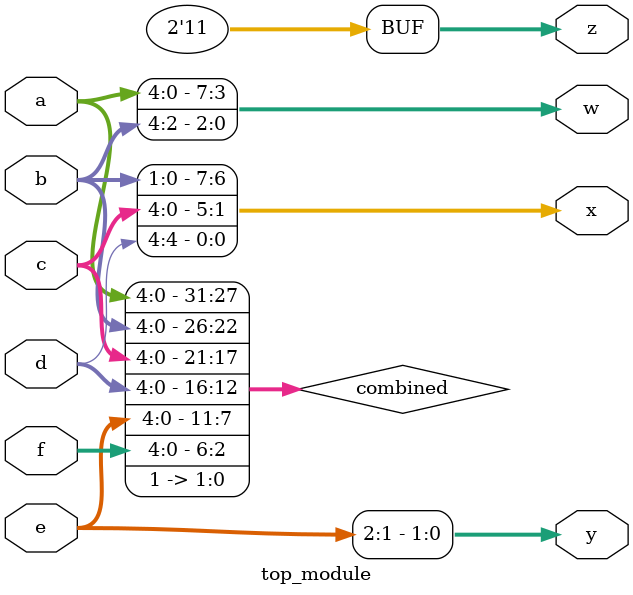
<source format=sv>
module top_module (
	input [4:0] a,
	input [4:0] b,
	input [4:0] c,
	input [4:0] d,
	input [4:0] e,
	input [4:0] f,
	output [7:0] w,
	output [7:0] x,
	output [7:8] y,
	output [7:8] z
);
    wire [31:0] combined;

    // Concatenate all input vectors and the two '1' bits
    assign combined = {a, b, c, d, e, f, 2'b11};

    // Split the combined 32-bit vector into the output vectors
    assign w = combined[31:24];
    assign x = combined[23:16];
    assign y = combined[15:8];
    assign z = combined[7:0];
    
endmodule

</source>
